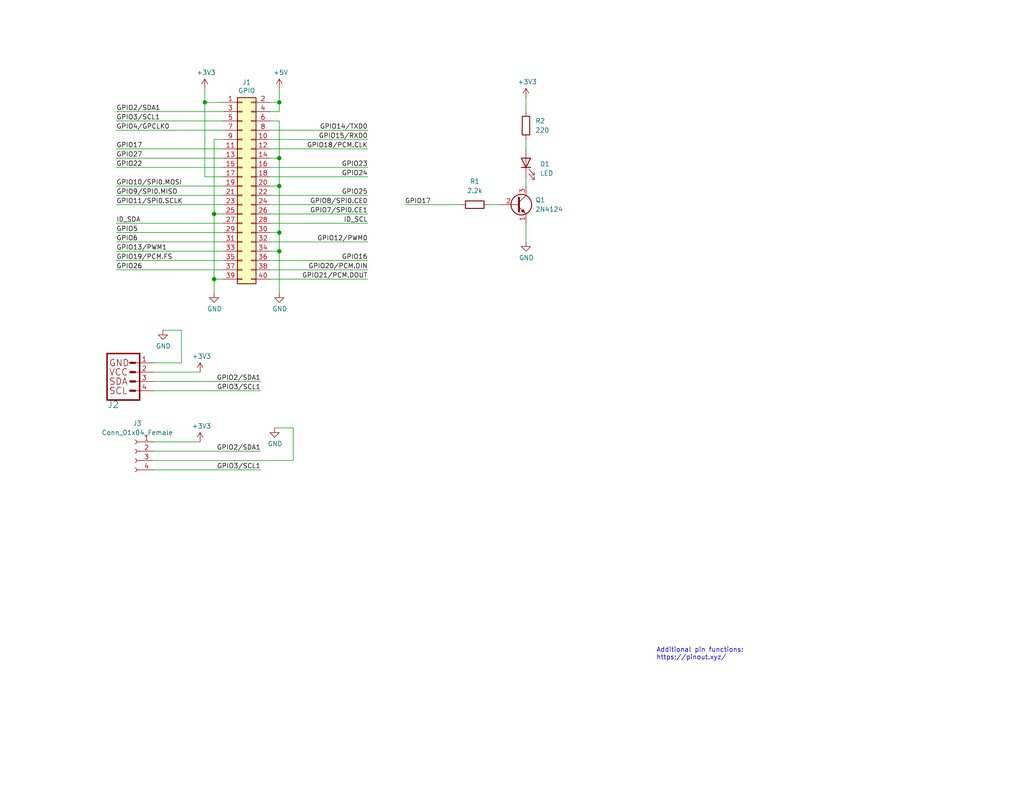
<source format=kicad_sch>
(kicad_sch (version 20230121) (generator eeschema)

  (uuid e63e39d7-6ac0-4ffd-8aa3-1841a4541b55)

  (paper "USLetter")

  (title_block
    (date "2023-10-11")
  )

  (lib_symbols
    (symbol "Connector:Conn_01x04_Female" (pin_names (offset 1.016) hide) (in_bom yes) (on_board yes)
      (property "Reference" "J" (at 0 5.08 0)
        (effects (font (size 1.27 1.27)))
      )
      (property "Value" "Conn_01x04_Female" (at 0 -7.62 0)
        (effects (font (size 1.27 1.27)))
      )
      (property "Footprint" "" (at 0 0 0)
        (effects (font (size 1.27 1.27)) hide)
      )
      (property "Datasheet" "~" (at 0 0 0)
        (effects (font (size 1.27 1.27)) hide)
      )
      (property "ki_keywords" "connector" (at 0 0 0)
        (effects (font (size 1.27 1.27)) hide)
      )
      (property "ki_description" "Generic connector, single row, 01x04, script generated (kicad-library-utils/schlib/autogen/connector/)" (at 0 0 0)
        (effects (font (size 1.27 1.27)) hide)
      )
      (property "ki_fp_filters" "Connector*:*_1x??_*" (at 0 0 0)
        (effects (font (size 1.27 1.27)) hide)
      )
      (symbol "Conn_01x04_Female_1_1"
        (arc (start 0 -4.572) (mid -0.5058 -5.08) (end 0 -5.588)
          (stroke (width 0.1524) (type default))
          (fill (type none))
        )
        (arc (start 0 -2.032) (mid -0.5058 -2.54) (end 0 -3.048)
          (stroke (width 0.1524) (type default))
          (fill (type none))
        )
        (polyline
          (pts
            (xy -1.27 -5.08)
            (xy -0.508 -5.08)
          )
          (stroke (width 0.1524) (type default))
          (fill (type none))
        )
        (polyline
          (pts
            (xy -1.27 -2.54)
            (xy -0.508 -2.54)
          )
          (stroke (width 0.1524) (type default))
          (fill (type none))
        )
        (polyline
          (pts
            (xy -1.27 0)
            (xy -0.508 0)
          )
          (stroke (width 0.1524) (type default))
          (fill (type none))
        )
        (polyline
          (pts
            (xy -1.27 2.54)
            (xy -0.508 2.54)
          )
          (stroke (width 0.1524) (type default))
          (fill (type none))
        )
        (arc (start 0 0.508) (mid -0.5058 0) (end 0 -0.508)
          (stroke (width 0.1524) (type default))
          (fill (type none))
        )
        (arc (start 0 3.048) (mid -0.5058 2.54) (end 0 2.032)
          (stroke (width 0.1524) (type default))
          (fill (type none))
        )
        (pin passive line (at -5.08 2.54 0) (length 3.81)
          (name "Pin_1" (effects (font (size 1.27 1.27))))
          (number "1" (effects (font (size 1.27 1.27))))
        )
        (pin passive line (at -5.08 0 0) (length 3.81)
          (name "Pin_2" (effects (font (size 1.27 1.27))))
          (number "2" (effects (font (size 1.27 1.27))))
        )
        (pin passive line (at -5.08 -2.54 0) (length 3.81)
          (name "Pin_3" (effects (font (size 1.27 1.27))))
          (number "3" (effects (font (size 1.27 1.27))))
        )
        (pin passive line (at -5.08 -5.08 0) (length 3.81)
          (name "Pin_4" (effects (font (size 1.27 1.27))))
          (number "4" (effects (font (size 1.27 1.27))))
        )
      )
    )
    (symbol "Connector_Generic:Conn_02x20_Odd_Even" (pin_names (offset 1.016) hide) (in_bom yes) (on_board yes)
      (property "Reference" "J" (at 1.27 25.4 0)
        (effects (font (size 1.27 1.27)))
      )
      (property "Value" "Conn_02x20_Odd_Even" (at 1.27 -27.94 0)
        (effects (font (size 1.27 1.27)))
      )
      (property "Footprint" "" (at 0 0 0)
        (effects (font (size 1.27 1.27)) hide)
      )
      (property "Datasheet" "~" (at 0 0 0)
        (effects (font (size 1.27 1.27)) hide)
      )
      (property "ki_keywords" "connector" (at 0 0 0)
        (effects (font (size 1.27 1.27)) hide)
      )
      (property "ki_description" "Generic connector, double row, 02x20, odd/even pin numbering scheme (row 1 odd numbers, row 2 even numbers), script generated (kicad-library-utils/schlib/autogen/connector/)" (at 0 0 0)
        (effects (font (size 1.27 1.27)) hide)
      )
      (property "ki_fp_filters" "Connector*:*_2x??_*" (at 0 0 0)
        (effects (font (size 1.27 1.27)) hide)
      )
      (symbol "Conn_02x20_Odd_Even_1_1"
        (rectangle (start -1.27 -25.273) (end 0 -25.527)
          (stroke (width 0.1524) (type default))
          (fill (type none))
        )
        (rectangle (start -1.27 -22.733) (end 0 -22.987)
          (stroke (width 0.1524) (type default))
          (fill (type none))
        )
        (rectangle (start -1.27 -20.193) (end 0 -20.447)
          (stroke (width 0.1524) (type default))
          (fill (type none))
        )
        (rectangle (start -1.27 -17.653) (end 0 -17.907)
          (stroke (width 0.1524) (type default))
          (fill (type none))
        )
        (rectangle (start -1.27 -15.113) (end 0 -15.367)
          (stroke (width 0.1524) (type default))
          (fill (type none))
        )
        (rectangle (start -1.27 -12.573) (end 0 -12.827)
          (stroke (width 0.1524) (type default))
          (fill (type none))
        )
        (rectangle (start -1.27 -10.033) (end 0 -10.287)
          (stroke (width 0.1524) (type default))
          (fill (type none))
        )
        (rectangle (start -1.27 -7.493) (end 0 -7.747)
          (stroke (width 0.1524) (type default))
          (fill (type none))
        )
        (rectangle (start -1.27 -4.953) (end 0 -5.207)
          (stroke (width 0.1524) (type default))
          (fill (type none))
        )
        (rectangle (start -1.27 -2.413) (end 0 -2.667)
          (stroke (width 0.1524) (type default))
          (fill (type none))
        )
        (rectangle (start -1.27 0.127) (end 0 -0.127)
          (stroke (width 0.1524) (type default))
          (fill (type none))
        )
        (rectangle (start -1.27 2.667) (end 0 2.413)
          (stroke (width 0.1524) (type default))
          (fill (type none))
        )
        (rectangle (start -1.27 5.207) (end 0 4.953)
          (stroke (width 0.1524) (type default))
          (fill (type none))
        )
        (rectangle (start -1.27 7.747) (end 0 7.493)
          (stroke (width 0.1524) (type default))
          (fill (type none))
        )
        (rectangle (start -1.27 10.287) (end 0 10.033)
          (stroke (width 0.1524) (type default))
          (fill (type none))
        )
        (rectangle (start -1.27 12.827) (end 0 12.573)
          (stroke (width 0.1524) (type default))
          (fill (type none))
        )
        (rectangle (start -1.27 15.367) (end 0 15.113)
          (stroke (width 0.1524) (type default))
          (fill (type none))
        )
        (rectangle (start -1.27 17.907) (end 0 17.653)
          (stroke (width 0.1524) (type default))
          (fill (type none))
        )
        (rectangle (start -1.27 20.447) (end 0 20.193)
          (stroke (width 0.1524) (type default))
          (fill (type none))
        )
        (rectangle (start -1.27 22.987) (end 0 22.733)
          (stroke (width 0.1524) (type default))
          (fill (type none))
        )
        (rectangle (start -1.27 24.13) (end 3.81 -26.67)
          (stroke (width 0.254) (type default))
          (fill (type background))
        )
        (rectangle (start 3.81 -25.273) (end 2.54 -25.527)
          (stroke (width 0.1524) (type default))
          (fill (type none))
        )
        (rectangle (start 3.81 -22.733) (end 2.54 -22.987)
          (stroke (width 0.1524) (type default))
          (fill (type none))
        )
        (rectangle (start 3.81 -20.193) (end 2.54 -20.447)
          (stroke (width 0.1524) (type default))
          (fill (type none))
        )
        (rectangle (start 3.81 -17.653) (end 2.54 -17.907)
          (stroke (width 0.1524) (type default))
          (fill (type none))
        )
        (rectangle (start 3.81 -15.113) (end 2.54 -15.367)
          (stroke (width 0.1524) (type default))
          (fill (type none))
        )
        (rectangle (start 3.81 -12.573) (end 2.54 -12.827)
          (stroke (width 0.1524) (type default))
          (fill (type none))
        )
        (rectangle (start 3.81 -10.033) (end 2.54 -10.287)
          (stroke (width 0.1524) (type default))
          (fill (type none))
        )
        (rectangle (start 3.81 -7.493) (end 2.54 -7.747)
          (stroke (width 0.1524) (type default))
          (fill (type none))
        )
        (rectangle (start 3.81 -4.953) (end 2.54 -5.207)
          (stroke (width 0.1524) (type default))
          (fill (type none))
        )
        (rectangle (start 3.81 -2.413) (end 2.54 -2.667)
          (stroke (width 0.1524) (type default))
          (fill (type none))
        )
        (rectangle (start 3.81 0.127) (end 2.54 -0.127)
          (stroke (width 0.1524) (type default))
          (fill (type none))
        )
        (rectangle (start 3.81 2.667) (end 2.54 2.413)
          (stroke (width 0.1524) (type default))
          (fill (type none))
        )
        (rectangle (start 3.81 5.207) (end 2.54 4.953)
          (stroke (width 0.1524) (type default))
          (fill (type none))
        )
        (rectangle (start 3.81 7.747) (end 2.54 7.493)
          (stroke (width 0.1524) (type default))
          (fill (type none))
        )
        (rectangle (start 3.81 10.287) (end 2.54 10.033)
          (stroke (width 0.1524) (type default))
          (fill (type none))
        )
        (rectangle (start 3.81 12.827) (end 2.54 12.573)
          (stroke (width 0.1524) (type default))
          (fill (type none))
        )
        (rectangle (start 3.81 15.367) (end 2.54 15.113)
          (stroke (width 0.1524) (type default))
          (fill (type none))
        )
        (rectangle (start 3.81 17.907) (end 2.54 17.653)
          (stroke (width 0.1524) (type default))
          (fill (type none))
        )
        (rectangle (start 3.81 20.447) (end 2.54 20.193)
          (stroke (width 0.1524) (type default))
          (fill (type none))
        )
        (rectangle (start 3.81 22.987) (end 2.54 22.733)
          (stroke (width 0.1524) (type default))
          (fill (type none))
        )
        (pin passive line (at -5.08 22.86 0) (length 3.81)
          (name "Pin_1" (effects (font (size 1.27 1.27))))
          (number "1" (effects (font (size 1.27 1.27))))
        )
        (pin passive line (at 7.62 12.7 180) (length 3.81)
          (name "Pin_10" (effects (font (size 1.27 1.27))))
          (number "10" (effects (font (size 1.27 1.27))))
        )
        (pin passive line (at -5.08 10.16 0) (length 3.81)
          (name "Pin_11" (effects (font (size 1.27 1.27))))
          (number "11" (effects (font (size 1.27 1.27))))
        )
        (pin passive line (at 7.62 10.16 180) (length 3.81)
          (name "Pin_12" (effects (font (size 1.27 1.27))))
          (number "12" (effects (font (size 1.27 1.27))))
        )
        (pin passive line (at -5.08 7.62 0) (length 3.81)
          (name "Pin_13" (effects (font (size 1.27 1.27))))
          (number "13" (effects (font (size 1.27 1.27))))
        )
        (pin passive line (at 7.62 7.62 180) (length 3.81)
          (name "Pin_14" (effects (font (size 1.27 1.27))))
          (number "14" (effects (font (size 1.27 1.27))))
        )
        (pin passive line (at -5.08 5.08 0) (length 3.81)
          (name "Pin_15" (effects (font (size 1.27 1.27))))
          (number "15" (effects (font (size 1.27 1.27))))
        )
        (pin passive line (at 7.62 5.08 180) (length 3.81)
          (name "Pin_16" (effects (font (size 1.27 1.27))))
          (number "16" (effects (font (size 1.27 1.27))))
        )
        (pin passive line (at -5.08 2.54 0) (length 3.81)
          (name "Pin_17" (effects (font (size 1.27 1.27))))
          (number "17" (effects (font (size 1.27 1.27))))
        )
        (pin passive line (at 7.62 2.54 180) (length 3.81)
          (name "Pin_18" (effects (font (size 1.27 1.27))))
          (number "18" (effects (font (size 1.27 1.27))))
        )
        (pin passive line (at -5.08 0 0) (length 3.81)
          (name "Pin_19" (effects (font (size 1.27 1.27))))
          (number "19" (effects (font (size 1.27 1.27))))
        )
        (pin passive line (at 7.62 22.86 180) (length 3.81)
          (name "Pin_2" (effects (font (size 1.27 1.27))))
          (number "2" (effects (font (size 1.27 1.27))))
        )
        (pin passive line (at 7.62 0 180) (length 3.81)
          (name "Pin_20" (effects (font (size 1.27 1.27))))
          (number "20" (effects (font (size 1.27 1.27))))
        )
        (pin passive line (at -5.08 -2.54 0) (length 3.81)
          (name "Pin_21" (effects (font (size 1.27 1.27))))
          (number "21" (effects (font (size 1.27 1.27))))
        )
        (pin passive line (at 7.62 -2.54 180) (length 3.81)
          (name "Pin_22" (effects (font (size 1.27 1.27))))
          (number "22" (effects (font (size 1.27 1.27))))
        )
        (pin passive line (at -5.08 -5.08 0) (length 3.81)
          (name "Pin_23" (effects (font (size 1.27 1.27))))
          (number "23" (effects (font (size 1.27 1.27))))
        )
        (pin passive line (at 7.62 -5.08 180) (length 3.81)
          (name "Pin_24" (effects (font (size 1.27 1.27))))
          (number "24" (effects (font (size 1.27 1.27))))
        )
        (pin passive line (at -5.08 -7.62 0) (length 3.81)
          (name "Pin_25" (effects (font (size 1.27 1.27))))
          (number "25" (effects (font (size 1.27 1.27))))
        )
        (pin passive line (at 7.62 -7.62 180) (length 3.81)
          (name "Pin_26" (effects (font (size 1.27 1.27))))
          (number "26" (effects (font (size 1.27 1.27))))
        )
        (pin passive line (at -5.08 -10.16 0) (length 3.81)
          (name "Pin_27" (effects (font (size 1.27 1.27))))
          (number "27" (effects (font (size 1.27 1.27))))
        )
        (pin passive line (at 7.62 -10.16 180) (length 3.81)
          (name "Pin_28" (effects (font (size 1.27 1.27))))
          (number "28" (effects (font (size 1.27 1.27))))
        )
        (pin passive line (at -5.08 -12.7 0) (length 3.81)
          (name "Pin_29" (effects (font (size 1.27 1.27))))
          (number "29" (effects (font (size 1.27 1.27))))
        )
        (pin passive line (at -5.08 20.32 0) (length 3.81)
          (name "Pin_3" (effects (font (size 1.27 1.27))))
          (number "3" (effects (font (size 1.27 1.27))))
        )
        (pin passive line (at 7.62 -12.7 180) (length 3.81)
          (name "Pin_30" (effects (font (size 1.27 1.27))))
          (number "30" (effects (font (size 1.27 1.27))))
        )
        (pin passive line (at -5.08 -15.24 0) (length 3.81)
          (name "Pin_31" (effects (font (size 1.27 1.27))))
          (number "31" (effects (font (size 1.27 1.27))))
        )
        (pin passive line (at 7.62 -15.24 180) (length 3.81)
          (name "Pin_32" (effects (font (size 1.27 1.27))))
          (number "32" (effects (font (size 1.27 1.27))))
        )
        (pin passive line (at -5.08 -17.78 0) (length 3.81)
          (name "Pin_33" (effects (font (size 1.27 1.27))))
          (number "33" (effects (font (size 1.27 1.27))))
        )
        (pin passive line (at 7.62 -17.78 180) (length 3.81)
          (name "Pin_34" (effects (font (size 1.27 1.27))))
          (number "34" (effects (font (size 1.27 1.27))))
        )
        (pin passive line (at -5.08 -20.32 0) (length 3.81)
          (name "Pin_35" (effects (font (size 1.27 1.27))))
          (number "35" (effects (font (size 1.27 1.27))))
        )
        (pin passive line (at 7.62 -20.32 180) (length 3.81)
          (name "Pin_36" (effects (font (size 1.27 1.27))))
          (number "36" (effects (font (size 1.27 1.27))))
        )
        (pin passive line (at -5.08 -22.86 0) (length 3.81)
          (name "Pin_37" (effects (font (size 1.27 1.27))))
          (number "37" (effects (font (size 1.27 1.27))))
        )
        (pin passive line (at 7.62 -22.86 180) (length 3.81)
          (name "Pin_38" (effects (font (size 1.27 1.27))))
          (number "38" (effects (font (size 1.27 1.27))))
        )
        (pin passive line (at -5.08 -25.4 0) (length 3.81)
          (name "Pin_39" (effects (font (size 1.27 1.27))))
          (number "39" (effects (font (size 1.27 1.27))))
        )
        (pin passive line (at 7.62 20.32 180) (length 3.81)
          (name "Pin_4" (effects (font (size 1.27 1.27))))
          (number "4" (effects (font (size 1.27 1.27))))
        )
        (pin passive line (at 7.62 -25.4 180) (length 3.81)
          (name "Pin_40" (effects (font (size 1.27 1.27))))
          (number "40" (effects (font (size 1.27 1.27))))
        )
        (pin passive line (at -5.08 17.78 0) (length 3.81)
          (name "Pin_5" (effects (font (size 1.27 1.27))))
          (number "5" (effects (font (size 1.27 1.27))))
        )
        (pin passive line (at 7.62 17.78 180) (length 3.81)
          (name "Pin_6" (effects (font (size 1.27 1.27))))
          (number "6" (effects (font (size 1.27 1.27))))
        )
        (pin passive line (at -5.08 15.24 0) (length 3.81)
          (name "Pin_7" (effects (font (size 1.27 1.27))))
          (number "7" (effects (font (size 1.27 1.27))))
        )
        (pin passive line (at 7.62 15.24 180) (length 3.81)
          (name "Pin_8" (effects (font (size 1.27 1.27))))
          (number "8" (effects (font (size 1.27 1.27))))
        )
        (pin passive line (at -5.08 12.7 0) (length 3.81)
          (name "Pin_9" (effects (font (size 1.27 1.27))))
          (number "9" (effects (font (size 1.27 1.27))))
        )
      )
    )
    (symbol "Device:LED" (pin_numbers hide) (pin_names (offset 1.016) hide) (in_bom yes) (on_board yes)
      (property "Reference" "D" (at 0 2.54 0)
        (effects (font (size 1.27 1.27)))
      )
      (property "Value" "LED" (at 0 -2.54 0)
        (effects (font (size 1.27 1.27)))
      )
      (property "Footprint" "" (at 0 0 0)
        (effects (font (size 1.27 1.27)) hide)
      )
      (property "Datasheet" "~" (at 0 0 0)
        (effects (font (size 1.27 1.27)) hide)
      )
      (property "ki_keywords" "LED diode" (at 0 0 0)
        (effects (font (size 1.27 1.27)) hide)
      )
      (property "ki_description" "Light emitting diode" (at 0 0 0)
        (effects (font (size 1.27 1.27)) hide)
      )
      (property "ki_fp_filters" "LED* LED_SMD:* LED_THT:*" (at 0 0 0)
        (effects (font (size 1.27 1.27)) hide)
      )
      (symbol "LED_0_1"
        (polyline
          (pts
            (xy -1.27 -1.27)
            (xy -1.27 1.27)
          )
          (stroke (width 0.254) (type default))
          (fill (type none))
        )
        (polyline
          (pts
            (xy -1.27 0)
            (xy 1.27 0)
          )
          (stroke (width 0) (type default))
          (fill (type none))
        )
        (polyline
          (pts
            (xy 1.27 -1.27)
            (xy 1.27 1.27)
            (xy -1.27 0)
            (xy 1.27 -1.27)
          )
          (stroke (width 0.254) (type default))
          (fill (type none))
        )
        (polyline
          (pts
            (xy -3.048 -0.762)
            (xy -4.572 -2.286)
            (xy -3.81 -2.286)
            (xy -4.572 -2.286)
            (xy -4.572 -1.524)
          )
          (stroke (width 0) (type default))
          (fill (type none))
        )
        (polyline
          (pts
            (xy -1.778 -0.762)
            (xy -3.302 -2.286)
            (xy -2.54 -2.286)
            (xy -3.302 -2.286)
            (xy -3.302 -1.524)
          )
          (stroke (width 0) (type default))
          (fill (type none))
        )
      )
      (symbol "LED_1_1"
        (pin passive line (at -3.81 0 0) (length 2.54)
          (name "K" (effects (font (size 1.27 1.27))))
          (number "1" (effects (font (size 1.27 1.27))))
        )
        (pin passive line (at 3.81 0 180) (length 2.54)
          (name "A" (effects (font (size 1.27 1.27))))
          (number "2" (effects (font (size 1.27 1.27))))
        )
      )
    )
    (symbol "Device:R" (pin_numbers hide) (pin_names (offset 0)) (in_bom yes) (on_board yes)
      (property "Reference" "R" (at 2.032 0 90)
        (effects (font (size 1.27 1.27)))
      )
      (property "Value" "R" (at 0 0 90)
        (effects (font (size 1.27 1.27)))
      )
      (property "Footprint" "" (at -1.778 0 90)
        (effects (font (size 1.27 1.27)) hide)
      )
      (property "Datasheet" "~" (at 0 0 0)
        (effects (font (size 1.27 1.27)) hide)
      )
      (property "ki_keywords" "R res resistor" (at 0 0 0)
        (effects (font (size 1.27 1.27)) hide)
      )
      (property "ki_description" "Resistor" (at 0 0 0)
        (effects (font (size 1.27 1.27)) hide)
      )
      (property "ki_fp_filters" "R_*" (at 0 0 0)
        (effects (font (size 1.27 1.27)) hide)
      )
      (symbol "R_0_1"
        (rectangle (start -1.016 -2.54) (end 1.016 2.54)
          (stroke (width 0.254) (type default))
          (fill (type none))
        )
      )
      (symbol "R_1_1"
        (pin passive line (at 0 3.81 270) (length 1.27)
          (name "~" (effects (font (size 1.27 1.27))))
          (number "1" (effects (font (size 1.27 1.27))))
        )
        (pin passive line (at 0 -3.81 90) (length 1.27)
          (name "~" (effects (font (size 1.27 1.27))))
          (number "2" (effects (font (size 1.27 1.27))))
        )
      )
    )
    (symbol "Qwiic_pHat_for_Raspberry_Pi_v30-eagle-import:I2C_STANDARDQWIIC" (in_bom yes) (on_board yes)
      (property "Reference" "J" (at -5.08 7.874 0)
        (effects (font (size 1.778 1.778)) (justify left bottom))
      )
      (property "Value" "I2C_STANDARDQWIIC" (at -5.08 -5.334 0)
        (effects (font (size 1.778 1.778)) (justify left top))
      )
      (property "Footprint" "Qwiic_pHat_for_Raspberry_Pi_v30:JST04_1MM_RA" (at 0 0 0)
        (effects (font (size 1.27 1.27)) hide)
      )
      (property "Datasheet" "" (at 0 0 0)
        (effects (font (size 1.27 1.27)) hide)
      )
      (property "ki_locked" "" (at 0 0 0)
        (effects (font (size 1.27 1.27)))
      )
      (symbol "I2C_STANDARDQWIIC_1_0"
        (polyline
          (pts
            (xy -5.08 7.62)
            (xy -5.08 -5.08)
          )
          (stroke (width 0.4064) (type default))
          (fill (type none))
        )
        (polyline
          (pts
            (xy -5.08 7.62)
            (xy 3.81 7.62)
          )
          (stroke (width 0.4064) (type default))
          (fill (type none))
        )
        (polyline
          (pts
            (xy 1.27 -2.54)
            (xy 2.54 -2.54)
          )
          (stroke (width 0.6096) (type default))
          (fill (type none))
        )
        (polyline
          (pts
            (xy 1.27 0)
            (xy 2.54 0)
          )
          (stroke (width 0.6096) (type default))
          (fill (type none))
        )
        (polyline
          (pts
            (xy 1.27 2.54)
            (xy 2.54 2.54)
          )
          (stroke (width 0.6096) (type default))
          (fill (type none))
        )
        (polyline
          (pts
            (xy 1.27 5.08)
            (xy 2.54 5.08)
          )
          (stroke (width 0.6096) (type default))
          (fill (type none))
        )
        (polyline
          (pts
            (xy 3.81 -5.08)
            (xy -5.08 -5.08)
          )
          (stroke (width 0.4064) (type default))
          (fill (type none))
        )
        (polyline
          (pts
            (xy 3.81 -5.08)
            (xy 3.81 7.62)
          )
          (stroke (width 0.4064) (type default))
          (fill (type none))
        )
        (text "GND" (at -4.572 -2.54 0)
          (effects (font (size 1.778 1.778)) (justify left))
        )
        (text "SCL" (at -4.572 5.08 0)
          (effects (font (size 1.778 1.778)) (justify left))
        )
        (text "SDA" (at -4.572 2.54 0)
          (effects (font (size 1.778 1.778)) (justify left))
        )
        (text "VCC" (at -4.572 0 0)
          (effects (font (size 1.778 1.778)) (justify left))
        )
        (pin power_in line (at 7.62 -2.54 180) (length 5.08)
          (name "1" (effects (font (size 0 0))))
          (number "1" (effects (font (size 1.27 1.27))))
        )
        (pin power_in line (at 7.62 0 180) (length 5.08)
          (name "2" (effects (font (size 0 0))))
          (number "2" (effects (font (size 1.27 1.27))))
        )
        (pin passive line (at 7.62 2.54 180) (length 5.08)
          (name "3" (effects (font (size 0 0))))
          (number "3" (effects (font (size 1.27 1.27))))
        )
        (pin passive line (at 7.62 5.08 180) (length 5.08)
          (name "4" (effects (font (size 0 0))))
          (number "4" (effects (font (size 1.27 1.27))))
        )
      )
    )
    (symbol "Transistor_BJT:2N3904" (pin_names (offset 0) hide) (in_bom yes) (on_board yes)
      (property "Reference" "Q" (at 5.08 1.905 0)
        (effects (font (size 1.27 1.27)) (justify left))
      )
      (property "Value" "2N3904" (at 5.08 0 0)
        (effects (font (size 1.27 1.27)) (justify left))
      )
      (property "Footprint" "Package_TO_SOT_THT:TO-92_Inline" (at 5.08 -1.905 0)
        (effects (font (size 1.27 1.27) italic) (justify left) hide)
      )
      (property "Datasheet" "https://www.onsemi.com/pub/Collateral/2N3903-D.PDF" (at 0 0 0)
        (effects (font (size 1.27 1.27)) (justify left) hide)
      )
      (property "ki_keywords" "NPN Transistor" (at 0 0 0)
        (effects (font (size 1.27 1.27)) hide)
      )
      (property "ki_description" "0.2A Ic, 40V Vce, Small Signal NPN Transistor, TO-92" (at 0 0 0)
        (effects (font (size 1.27 1.27)) hide)
      )
      (property "ki_fp_filters" "TO?92*" (at 0 0 0)
        (effects (font (size 1.27 1.27)) hide)
      )
      (symbol "2N3904_0_1"
        (polyline
          (pts
            (xy 0.635 0.635)
            (xy 2.54 2.54)
          )
          (stroke (width 0) (type default))
          (fill (type none))
        )
        (polyline
          (pts
            (xy 0.635 -0.635)
            (xy 2.54 -2.54)
            (xy 2.54 -2.54)
          )
          (stroke (width 0) (type default))
          (fill (type none))
        )
        (polyline
          (pts
            (xy 0.635 1.905)
            (xy 0.635 -1.905)
            (xy 0.635 -1.905)
          )
          (stroke (width 0.508) (type default))
          (fill (type none))
        )
        (polyline
          (pts
            (xy 1.27 -1.778)
            (xy 1.778 -1.27)
            (xy 2.286 -2.286)
            (xy 1.27 -1.778)
            (xy 1.27 -1.778)
          )
          (stroke (width 0) (type default))
          (fill (type outline))
        )
        (circle (center 1.27 0) (radius 2.8194)
          (stroke (width 0.254) (type default))
          (fill (type none))
        )
      )
      (symbol "2N3904_1_1"
        (pin passive line (at 2.54 -5.08 90) (length 2.54)
          (name "E" (effects (font (size 1.27 1.27))))
          (number "1" (effects (font (size 1.27 1.27))))
        )
        (pin passive line (at -5.08 0 0) (length 5.715)
          (name "B" (effects (font (size 1.27 1.27))))
          (number "2" (effects (font (size 1.27 1.27))))
        )
        (pin passive line (at 2.54 5.08 270) (length 2.54)
          (name "C" (effects (font (size 1.27 1.27))))
          (number "3" (effects (font (size 1.27 1.27))))
        )
      )
    )
    (symbol "power:+3.3V" (power) (pin_names (offset 0)) (in_bom yes) (on_board yes)
      (property "Reference" "#PWR" (at 0 -3.81 0)
        (effects (font (size 1.27 1.27)) hide)
      )
      (property "Value" "+3.3V" (at 0 3.556 0)
        (effects (font (size 1.27 1.27)))
      )
      (property "Footprint" "" (at 0 0 0)
        (effects (font (size 1.27 1.27)) hide)
      )
      (property "Datasheet" "" (at 0 0 0)
        (effects (font (size 1.27 1.27)) hide)
      )
      (property "ki_keywords" "power-flag" (at 0 0 0)
        (effects (font (size 1.27 1.27)) hide)
      )
      (property "ki_description" "Power symbol creates a global label with name \"+3.3V\"" (at 0 0 0)
        (effects (font (size 1.27 1.27)) hide)
      )
      (symbol "+3.3V_0_1"
        (polyline
          (pts
            (xy -0.762 1.27)
            (xy 0 2.54)
          )
          (stroke (width 0) (type default))
          (fill (type none))
        )
        (polyline
          (pts
            (xy 0 0)
            (xy 0 2.54)
          )
          (stroke (width 0) (type default))
          (fill (type none))
        )
        (polyline
          (pts
            (xy 0 2.54)
            (xy 0.762 1.27)
          )
          (stroke (width 0) (type default))
          (fill (type none))
        )
      )
      (symbol "+3.3V_1_1"
        (pin power_in line (at 0 0 90) (length 0) hide
          (name "+3V3" (effects (font (size 1.27 1.27))))
          (number "1" (effects (font (size 1.27 1.27))))
        )
      )
    )
    (symbol "power:+5V" (power) (pin_names (offset 0)) (in_bom yes) (on_board yes)
      (property "Reference" "#PWR" (at 0 -3.81 0)
        (effects (font (size 1.27 1.27)) hide)
      )
      (property "Value" "+5V" (at 0 3.556 0)
        (effects (font (size 1.27 1.27)))
      )
      (property "Footprint" "" (at 0 0 0)
        (effects (font (size 1.27 1.27)) hide)
      )
      (property "Datasheet" "" (at 0 0 0)
        (effects (font (size 1.27 1.27)) hide)
      )
      (property "ki_keywords" "power-flag" (at 0 0 0)
        (effects (font (size 1.27 1.27)) hide)
      )
      (property "ki_description" "Power symbol creates a global label with name \"+5V\"" (at 0 0 0)
        (effects (font (size 1.27 1.27)) hide)
      )
      (symbol "+5V_0_1"
        (polyline
          (pts
            (xy -0.762 1.27)
            (xy 0 2.54)
          )
          (stroke (width 0) (type default))
          (fill (type none))
        )
        (polyline
          (pts
            (xy 0 0)
            (xy 0 2.54)
          )
          (stroke (width 0) (type default))
          (fill (type none))
        )
        (polyline
          (pts
            (xy 0 2.54)
            (xy 0.762 1.27)
          )
          (stroke (width 0) (type default))
          (fill (type none))
        )
      )
      (symbol "+5V_1_1"
        (pin power_in line (at 0 0 90) (length 0) hide
          (name "+5V" (effects (font (size 1.27 1.27))))
          (number "1" (effects (font (size 1.27 1.27))))
        )
      )
    )
    (symbol "power:GND" (power) (pin_names (offset 0)) (in_bom yes) (on_board yes)
      (property "Reference" "#PWR" (at 0 -6.35 0)
        (effects (font (size 1.27 1.27)) hide)
      )
      (property "Value" "GND" (at 0 -3.81 0)
        (effects (font (size 1.27 1.27)))
      )
      (property "Footprint" "" (at 0 0 0)
        (effects (font (size 1.27 1.27)) hide)
      )
      (property "Datasheet" "" (at 0 0 0)
        (effects (font (size 1.27 1.27)) hide)
      )
      (property "ki_keywords" "power-flag" (at 0 0 0)
        (effects (font (size 1.27 1.27)) hide)
      )
      (property "ki_description" "Power symbol creates a global label with name \"GND\" , ground" (at 0 0 0)
        (effects (font (size 1.27 1.27)) hide)
      )
      (symbol "GND_0_1"
        (polyline
          (pts
            (xy 0 0)
            (xy 0 -1.27)
            (xy 1.27 -1.27)
            (xy 0 -2.54)
            (xy -1.27 -1.27)
            (xy 0 -1.27)
          )
          (stroke (width 0) (type default))
          (fill (type none))
        )
      )
      (symbol "GND_1_1"
        (pin power_in line (at 0 0 270) (length 0) hide
          (name "GND" (effects (font (size 1.27 1.27))))
          (number "1" (effects (font (size 1.27 1.27))))
        )
      )
    )
  )

  (junction (at 76.2 27.94) (diameter 1.016) (color 0 0 0 0)
    (uuid 0eaa98f0-9565-4637-ace3-42a5231b07f7)
  )
  (junction (at 76.2 43.18) (diameter 1.016) (color 0 0 0 0)
    (uuid 181abe7a-f941-42b6-bd46-aaa3131f90fb)
  )
  (junction (at 58.42 76.2) (diameter 1.016) (color 0 0 0 0)
    (uuid 704d6d51-bb34-4cbf-83d8-841e208048d8)
  )
  (junction (at 58.42 58.42) (diameter 1.016) (color 0 0 0 0)
    (uuid 8174b4de-74b1-48db-ab8e-c8432251095b)
  )
  (junction (at 76.2 68.58) (diameter 1.016) (color 0 0 0 0)
    (uuid 9340c285-5767-42d5-8b6d-63fe2a40ddf3)
  )
  (junction (at 76.2 63.5) (diameter 1.016) (color 0 0 0 0)
    (uuid c41b3c8b-634e-435a-b582-96b83bbd4032)
  )
  (junction (at 76.2 50.8) (diameter 1.016) (color 0 0 0 0)
    (uuid ce83728b-bebd-48c2-8734-b6a50d837931)
  )
  (junction (at 55.88 27.94) (diameter 1.016) (color 0 0 0 0)
    (uuid fd470e95-4861-44fe-b1e4-6d8a7c66e144)
  )

  (wire (pts (xy 58.42 58.42) (xy 58.42 76.2))
    (stroke (width 0) (type solid))
    (uuid 015c5535-b3ef-4c28-99b9-4f3baef056f3)
  )
  (wire (pts (xy 73.66 58.42) (xy 100.33 58.42))
    (stroke (width 0) (type solid))
    (uuid 01e536fb-12ab-43ce-a95e-82675e37d4b7)
  )
  (wire (pts (xy 41.91 104.14) (xy 71.12 104.14))
    (stroke (width 0) (type solid))
    (uuid 05ec205e-5931-4ea4-885a-e94ec811a765)
  )
  (wire (pts (xy 60.96 40.64) (xy 31.75 40.64))
    (stroke (width 0) (type solid))
    (uuid 0694ca26-7b8c-4c30-bae9-3b74fab1e60a)
  )
  (wire (pts (xy 76.2 33.02) (xy 76.2 43.18))
    (stroke (width 0) (type solid))
    (uuid 0d143423-c9d6-49e3-8b7d-f1137d1a3509)
  )
  (wire (pts (xy 76.2 50.8) (xy 73.66 50.8))
    (stroke (width 0) (type solid))
    (uuid 0ee91a98-576f-43c1-89f6-61acc2cb1f13)
  )
  (wire (pts (xy 76.2 63.5) (xy 76.2 68.58))
    (stroke (width 0) (type solid))
    (uuid 164f1958-8ee6-4c3d-9df0-03613712fa6f)
  )
  (wire (pts (xy 76.2 50.8) (xy 76.2 63.5))
    (stroke (width 0) (type solid))
    (uuid 252c2642-5979-4a84-8d39-11da2e3821fe)
  )
  (wire (pts (xy 73.66 35.56) (xy 100.33 35.56))
    (stroke (width 0) (type solid))
    (uuid 2710a316-ad7d-4403-afc1-1df73ba69697)
  )
  (wire (pts (xy 58.42 38.1) (xy 58.42 58.42))
    (stroke (width 0) (type solid))
    (uuid 29651976-85fe-45df-9d6a-4d640774cbbc)
  )
  (wire (pts (xy 143.51 26.67) (xy 143.51 30.48))
    (stroke (width 0) (type default))
    (uuid 2bf3f85b-51b1-42b3-aacf-2be3f4d5fd89)
  )
  (wire (pts (xy 58.42 38.1) (xy 60.96 38.1))
    (stroke (width 0) (type solid))
    (uuid 335bbf29-f5b7-4e5a-993a-a34ce5ab5756)
  )
  (wire (pts (xy 73.66 55.88) (xy 100.33 55.88))
    (stroke (width 0) (type solid))
    (uuid 3522f983-faf4-44f4-900c-086a3d364c60)
  )
  (wire (pts (xy 60.96 60.96) (xy 31.75 60.96))
    (stroke (width 0) (type solid))
    (uuid 37ae508e-6121-46a7-8162-5c727675dd10)
  )
  (wire (pts (xy 31.75 63.5) (xy 60.96 63.5))
    (stroke (width 0) (type solid))
    (uuid 3b2261b8-cc6a-4f24-9a9d-8411b13f362c)
  )
  (wire (pts (xy 41.91 101.6) (xy 54.61 101.6))
    (stroke (width 0) (type default))
    (uuid 3cb9ba94-9759-447e-8844-a67d4f8836c1)
  )
  (wire (pts (xy 58.42 58.42) (xy 60.96 58.42))
    (stroke (width 0) (type solid))
    (uuid 46f8757d-31ce-45ba-9242-48e76c9438b1)
  )
  (wire (pts (xy 73.66 45.72) (xy 100.33 45.72))
    (stroke (width 0) (type solid))
    (uuid 4c544204-3530-479b-b097-35aa046ba896)
  )
  (wire (pts (xy 73.66 76.2) (xy 100.33 76.2))
    (stroke (width 0) (type solid))
    (uuid 55a29370-8495-4737-906c-8b505e228668)
  )
  (wire (pts (xy 58.42 76.2) (xy 58.42 80.01))
    (stroke (width 0) (type solid))
    (uuid 55b53b1d-809a-4a85-8714-920d35727332)
  )
  (wire (pts (xy 31.75 43.18) (xy 60.96 43.18))
    (stroke (width 0) (type solid))
    (uuid 55d9c53c-6409-4360-8797-b4f7b28c4137)
  )
  (wire (pts (xy 55.88 24.13) (xy 55.88 27.94))
    (stroke (width 0) (type solid))
    (uuid 57c01d09-da37-45de-b174-3ad4f982af7b)
  )
  (wire (pts (xy 76.2 68.58) (xy 73.66 68.58))
    (stroke (width 0) (type solid))
    (uuid 62f43b49-7566-4f4c-b16f-9b95531f6d28)
  )
  (wire (pts (xy 80.01 125.73) (xy 80.01 116.84))
    (stroke (width 0) (type default))
    (uuid 63703be9-7c99-407b-b9c9-fa0c121ae870)
  )
  (wire (pts (xy 143.51 38.1) (xy 143.51 40.64))
    (stroke (width 0) (type default))
    (uuid 6507e8b2-45b1-458f-aa46-f36ae5d9edc5)
  )
  (wire (pts (xy 41.91 106.68) (xy 71.12 106.68))
    (stroke (width 0) (type solid))
    (uuid 66a07e21-ea7d-407b-aacf-38b8d503a80f)
  )
  (wire (pts (xy 31.75 33.02) (xy 60.96 33.02))
    (stroke (width 0) (type solid))
    (uuid 67559638-167e-4f06-9757-aeeebf7e8930)
  )
  (wire (pts (xy 41.91 125.73) (xy 80.01 125.73))
    (stroke (width 0) (type default))
    (uuid 6a762c22-6458-4f33-9f11-b4edb497c350)
  )
  (wire (pts (xy 41.91 99.06) (xy 49.53 99.06))
    (stroke (width 0) (type default))
    (uuid 6bab8dc0-acdd-45b1-8924-d1d3ad3c38ed)
  )
  (wire (pts (xy 31.75 55.88) (xy 60.96 55.88))
    (stroke (width 0) (type solid))
    (uuid 6c897b01-6835-4bf3-885d-4b22704f8f6e)
  )
  (wire (pts (xy 80.01 116.84) (xy 74.93 116.84))
    (stroke (width 0) (type default))
    (uuid 6ceca833-2bd9-4457-9e7b-f465e23ad6d4)
  )
  (wire (pts (xy 143.51 60.96) (xy 143.51 66.04))
    (stroke (width 0) (type default))
    (uuid 6f3358d9-4e43-4c2e-87ec-da3cd63fd49b)
  )
  (wire (pts (xy 55.88 48.26) (xy 60.96 48.26))
    (stroke (width 0) (type solid))
    (uuid 707b993a-397a-40ee-bc4e-978ea0af003d)
  )
  (wire (pts (xy 60.96 30.48) (xy 31.75 30.48))
    (stroke (width 0) (type solid))
    (uuid 73aefdad-91c2-4f5e-80c2-3f1cf4134807)
  )
  (wire (pts (xy 76.2 27.94) (xy 76.2 30.48))
    (stroke (width 0) (type solid))
    (uuid 7645e45b-ebbd-4531-92c9-9c38081bbf8d)
  )
  (wire (pts (xy 76.2 43.18) (xy 76.2 50.8))
    (stroke (width 0) (type solid))
    (uuid 7aed86fe-31d5-4139-a0b1-020ce61800b6)
  )
  (wire (pts (xy 73.66 40.64) (xy 100.33 40.64))
    (stroke (width 0) (type solid))
    (uuid 7d1a0af8-a3d8-4dbb-9873-21a280e175b7)
  )
  (wire (pts (xy 76.2 43.18) (xy 73.66 43.18))
    (stroke (width 0) (type solid))
    (uuid 7dd33798-d6eb-48c4-8355-bbeae3353a44)
  )
  (wire (pts (xy 76.2 24.13) (xy 76.2 27.94))
    (stroke (width 0) (type solid))
    (uuid 825ec672-c6b3-4524-894f-bfac8191e641)
  )
  (wire (pts (xy 31.75 35.56) (xy 60.96 35.56))
    (stroke (width 0) (type solid))
    (uuid 85bd9bea-9b41-4249-9626-26358781edd8)
  )
  (wire (pts (xy 76.2 27.94) (xy 73.66 27.94))
    (stroke (width 0) (type solid))
    (uuid 8846d55b-57bd-4185-9629-4525ca309ac0)
  )
  (wire (pts (xy 55.88 27.94) (xy 55.88 48.26))
    (stroke (width 0) (type solid))
    (uuid 8930c626-5f36-458c-88ae-90e6918556cc)
  )
  (wire (pts (xy 73.66 48.26) (xy 100.33 48.26))
    (stroke (width 0) (type solid))
    (uuid 8b129051-97ca-49cd-adf8-4efb5043fabb)
  )
  (wire (pts (xy 73.66 38.1) (xy 100.33 38.1))
    (stroke (width 0) (type solid))
    (uuid 8ccbbafc-2cdc-415a-ac78-6ccd25489208)
  )
  (wire (pts (xy 31.75 45.72) (xy 60.96 45.72))
    (stroke (width 0) (type solid))
    (uuid 9705171e-2fe8-4d02-a114-94335e138862)
  )
  (wire (pts (xy 31.75 53.34) (xy 60.96 53.34))
    (stroke (width 0) (type solid))
    (uuid 98a1aa7c-68bd-4966-834d-f673bb2b8d39)
  )
  (wire (pts (xy 49.53 99.06) (xy 49.53 90.17))
    (stroke (width 0) (type default))
    (uuid 9e0daacc-dda3-44c7-9fa2-4eff4b63ef7f)
  )
  (wire (pts (xy 143.51 48.26) (xy 143.51 50.8))
    (stroke (width 0) (type default))
    (uuid a41e1983-6009-4b72-b7d8-fa949f6fd1c9)
  )
  (wire (pts (xy 31.75 66.04) (xy 60.96 66.04))
    (stroke (width 0) (type solid))
    (uuid a571c038-3cc2-4848-b404-365f2f7338be)
  )
  (wire (pts (xy 76.2 30.48) (xy 73.66 30.48))
    (stroke (width 0) (type solid))
    (uuid a82219f8-a00b-446a-aba9-4cd0a8dd81f2)
  )
  (wire (pts (xy 41.91 128.27) (xy 71.12 128.27))
    (stroke (width 0) (type solid))
    (uuid aa29c993-d36f-4198-8ebb-2f837719e994)
  )
  (wire (pts (xy 41.91 120.65) (xy 54.61 120.65))
    (stroke (width 0) (type default))
    (uuid ac469b60-c1db-47e7-a3f7-2ad2832a5fdb)
  )
  (wire (pts (xy 31.75 71.12) (xy 60.96 71.12))
    (stroke (width 0) (type solid))
    (uuid b07bae11-81ae-4941-a5ed-27fd323486e6)
  )
  (wire (pts (xy 73.66 71.12) (xy 100.33 71.12))
    (stroke (width 0) (type solid))
    (uuid b36591f4-a77c-49fb-84e3-ce0d65ee7c7c)
  )
  (wire (pts (xy 49.53 90.17) (xy 44.45 90.17))
    (stroke (width 0) (type default))
    (uuid b4066767-67de-44d9-b488-190aa1592122)
  )
  (wire (pts (xy 73.66 66.04) (xy 100.33 66.04))
    (stroke (width 0) (type solid))
    (uuid b73bbc85-9c79-4ab1-bfa9-ba86dc5a73fe)
  )
  (wire (pts (xy 58.42 76.2) (xy 60.96 76.2))
    (stroke (width 0) (type solid))
    (uuid b8286aaf-3086-41e1-a5dc-8f8a05589eb9)
  )
  (wire (pts (xy 73.66 73.66) (xy 100.33 73.66))
    (stroke (width 0) (type solid))
    (uuid bc7a73bf-d271-462c-8196-ea5c7867515d)
  )
  (wire (pts (xy 125.73 55.88) (xy 110.49 55.88))
    (stroke (width 0) (type solid))
    (uuid be178553-9186-4f52-a87e-b184ef39b7b1)
  )
  (wire (pts (xy 76.2 33.02) (xy 73.66 33.02))
    (stroke (width 0) (type solid))
    (uuid c15b519d-5e2e-489c-91b6-d8ff3e8343cb)
  )
  (wire (pts (xy 31.75 73.66) (xy 60.96 73.66))
    (stroke (width 0) (type solid))
    (uuid c373340b-844b-44cd-869b-a1267d366977)
  )
  (wire (pts (xy 41.91 123.19) (xy 71.12 123.19))
    (stroke (width 0) (type solid))
    (uuid d0747c53-afeb-4b6b-aa93-efe7fa553554)
  )
  (wire (pts (xy 76.2 68.58) (xy 76.2 80.01))
    (stroke (width 0) (type solid))
    (uuid ddb5ec2a-613c-4ee5-b250-77656b088e84)
  )
  (wire (pts (xy 73.66 53.34) (xy 100.33 53.34))
    (stroke (width 0) (type solid))
    (uuid df2cdc6b-e26c-482b-83a5-6c3aa0b9bc90)
  )
  (wire (pts (xy 60.96 68.58) (xy 31.75 68.58))
    (stroke (width 0) (type solid))
    (uuid df3b4a97-babc-4be9-b107-e59b56293dde)
  )
  (wire (pts (xy 76.2 63.5) (xy 73.66 63.5))
    (stroke (width 0) (type solid))
    (uuid e93ad2ad-5587-4125-b93d-270df22eadfa)
  )
  (wire (pts (xy 55.88 27.94) (xy 60.96 27.94))
    (stroke (width 0) (type solid))
    (uuid ed4af6f5-c1f9-4ac6-b35e-2b9ff5cd0eb3)
  )
  (wire (pts (xy 133.35 55.88) (xy 135.89 55.88))
    (stroke (width 0) (type default))
    (uuid eda74412-fa01-48c8-98ea-c2edc42871a0)
  )
  (wire (pts (xy 60.96 50.8) (xy 31.75 50.8))
    (stroke (width 0) (type solid))
    (uuid f9be6c8e-7532-415b-be21-5f82d7d7f74e)
  )
  (wire (pts (xy 73.66 60.96) (xy 100.33 60.96))
    (stroke (width 0) (type solid))
    (uuid f9e11340-14c0-4808-933b-bc348b73b18e)
  )

  (text "Additional pin functions:\nhttps://pinout.xyz/" (at 179.07 180.34 0)
    (effects (font (size 1.27 1.27)) (justify left bottom))
    (uuid 36e2c557-2c2a-4fba-9b6f-1167ab8ec281)
  )

  (label "ID_SDA" (at 31.75 60.96 0) (fields_autoplaced)
    (effects (font (size 1.27 1.27)) (justify left bottom))
    (uuid 0a44feb6-de6a-4996-b011-73867d835568)
  )
  (label "GPIO6" (at 31.75 66.04 0) (fields_autoplaced)
    (effects (font (size 1.27 1.27)) (justify left bottom))
    (uuid 0bec16b3-1718-4967-abb5-89274b1e4c31)
  )
  (label "GPIO2{slash}SDA1" (at 71.12 123.19 180) (fields_autoplaced)
    (effects (font (size 1.27 1.27)) (justify right bottom))
    (uuid 14e807ee-8742-4781-88d8-1e7ad4d3cb0c)
  )
  (label "GPIO17" (at 110.49 55.88 0) (fields_autoplaced)
    (effects (font (size 1.27 1.27)) (justify left bottom))
    (uuid 182cfca1-d839-4cda-9309-9d7a919dfe2e)
  )
  (label "ID_SCL" (at 100.33 60.96 180) (fields_autoplaced)
    (effects (font (size 1.27 1.27)) (justify right bottom))
    (uuid 28cc0d46-7a8d-4c3b-8c53-d5a776b1d5a9)
  )
  (label "GPIO3{slash}SCL1" (at 71.12 128.27 180) (fields_autoplaced)
    (effects (font (size 1.27 1.27)) (justify right bottom))
    (uuid 292ea08b-7bc3-4ccc-aeb3-2008faab4323)
  )
  (label "GPIO5" (at 31.75 63.5 0) (fields_autoplaced)
    (effects (font (size 1.27 1.27)) (justify left bottom))
    (uuid 29d046c2-f681-4254-89b3-1ec3aa495433)
  )
  (label "GPIO21{slash}PCM.DOUT" (at 100.33 76.2 180) (fields_autoplaced)
    (effects (font (size 1.27 1.27)) (justify right bottom))
    (uuid 31b15bb4-e7a6-46f1-aabc-e5f3cca1ba4f)
  )
  (label "GPIO19{slash}PCM.FS" (at 31.75 71.12 0) (fields_autoplaced)
    (effects (font (size 1.27 1.27)) (justify left bottom))
    (uuid 3388965f-bec1-490c-9b08-dbac9be27c37)
  )
  (label "GPIO10{slash}SPI0.MOSI" (at 31.75 50.8 0) (fields_autoplaced)
    (effects (font (size 1.27 1.27)) (justify left bottom))
    (uuid 35a1cc8d-cefe-4fd3-8f7e-ebdbdbd072ee)
  )
  (label "GPIO9{slash}SPI0.MISO" (at 31.75 53.34 0) (fields_autoplaced)
    (effects (font (size 1.27 1.27)) (justify left bottom))
    (uuid 3911220d-b117-4874-8479-50c0285caa70)
  )
  (label "GPIO23" (at 100.33 45.72 180) (fields_autoplaced)
    (effects (font (size 1.27 1.27)) (justify right bottom))
    (uuid 45550f58-81b3-4113-a98b-8910341c00d8)
  )
  (label "GPIO4{slash}GPCLK0" (at 31.75 35.56 0) (fields_autoplaced)
    (effects (font (size 1.27 1.27)) (justify left bottom))
    (uuid 5069ddbc-357e-4355-aaa5-a8f551963b7a)
  )
  (label "GPIO27" (at 31.75 43.18 0) (fields_autoplaced)
    (effects (font (size 1.27 1.27)) (justify left bottom))
    (uuid 591fa762-d154-4cf7-8db7-a10b610ff12a)
  )
  (label "GPIO26" (at 31.75 73.66 0) (fields_autoplaced)
    (effects (font (size 1.27 1.27)) (justify left bottom))
    (uuid 5f2ee32f-d6d5-4b76-8935-0d57826ec36e)
  )
  (label "GPIO14{slash}TXD0" (at 100.33 35.56 180) (fields_autoplaced)
    (effects (font (size 1.27 1.27)) (justify right bottom))
    (uuid 610a05f5-0e9b-4f2c-960c-05aafdc8e1b9)
  )
  (label "GPIO8{slash}SPI0.CE0" (at 100.33 55.88 180) (fields_autoplaced)
    (effects (font (size 1.27 1.27)) (justify right bottom))
    (uuid 64ee07d4-0247-486c-a5b0-d3d33362f168)
  )
  (label "GPIO15{slash}RXD0" (at 100.33 38.1 180) (fields_autoplaced)
    (effects (font (size 1.27 1.27)) (justify right bottom))
    (uuid 6638ca0d-5409-4e89-aef0-b0f245a25578)
  )
  (label "GPIO16" (at 100.33 71.12 180) (fields_autoplaced)
    (effects (font (size 1.27 1.27)) (justify right bottom))
    (uuid 6a63dbe8-50e2-4ffb-a55f-e0df0f695e9b)
  )
  (label "GPIO22" (at 31.75 45.72 0) (fields_autoplaced)
    (effects (font (size 1.27 1.27)) (justify left bottom))
    (uuid 831c710c-4564-4e13-951a-b3746ba43c78)
  )
  (label "GPIO2{slash}SDA1" (at 31.75 30.48 0) (fields_autoplaced)
    (effects (font (size 1.27 1.27)) (justify left bottom))
    (uuid 8fb0631c-564a-4f96-b39b-2f827bb204a3)
  )
  (label "GPIO17" (at 31.75 40.64 0) (fields_autoplaced)
    (effects (font (size 1.27 1.27)) (justify left bottom))
    (uuid 9316d4cc-792f-4eb9-8a8b-1201587737ed)
  )
  (label "GPIO25" (at 100.33 53.34 180) (fields_autoplaced)
    (effects (font (size 1.27 1.27)) (justify right bottom))
    (uuid 9d507609-a820-4ac3-9e87-451a1c0e6633)
  )
  (label "GPIO3{slash}SCL1" (at 31.75 33.02 0) (fields_autoplaced)
    (effects (font (size 1.27 1.27)) (justify left bottom))
    (uuid a1cb0f9a-5b27-4e0e-bc79-c6e0ff4c58f7)
  )
  (label "GPIO18{slash}PCM.CLK" (at 100.33 40.64 180) (fields_autoplaced)
    (effects (font (size 1.27 1.27)) (justify right bottom))
    (uuid a46d6ef9-bb48-47fb-afed-157a64315177)
  )
  (label "GPIO12{slash}PWM0" (at 100.33 66.04 180) (fields_autoplaced)
    (effects (font (size 1.27 1.27)) (justify right bottom))
    (uuid a9ed66d3-a7fc-4839-b265-b9a21ee7fc85)
  )
  (label "GPIO13{slash}PWM1" (at 31.75 68.58 0) (fields_autoplaced)
    (effects (font (size 1.27 1.27)) (justify left bottom))
    (uuid b2ab078a-8774-4d1b-9381-5fcf23cc6a42)
  )
  (label "GPIO3{slash}SCL1" (at 71.12 106.68 180) (fields_autoplaced)
    (effects (font (size 1.27 1.27)) (justify right bottom))
    (uuid b630effe-00db-40c3-9bdc-3404b55e3f38)
  )
  (label "GPIO20{slash}PCM.DIN" (at 100.33 73.66 180) (fields_autoplaced)
    (effects (font (size 1.27 1.27)) (justify right bottom))
    (uuid b64a2cd2-1bcf-4d65-ac61-508537c93d3e)
  )
  (label "GPIO24" (at 100.33 48.26 180) (fields_autoplaced)
    (effects (font (size 1.27 1.27)) (justify right bottom))
    (uuid b8e48041-ff05-4814-a4a3-fb04f84542aa)
  )
  (label "GPIO7{slash}SPI0.CE1" (at 100.33 58.42 180) (fields_autoplaced)
    (effects (font (size 1.27 1.27)) (justify right bottom))
    (uuid be4b9f73-f8d2-4c28-9237-5d7e964636fa)
  )
  (label "GPIO2{slash}SDA1" (at 71.12 104.14 180) (fields_autoplaced)
    (effects (font (size 1.27 1.27)) (justify right bottom))
    (uuid cd6d0665-9b24-464e-8be4-e20e96d348dd)
  )
  (label "GPIO11{slash}SPI0.SCLK" (at 31.75 55.88 0) (fields_autoplaced)
    (effects (font (size 1.27 1.27)) (justify left bottom))
    (uuid f9b80c2b-5447-4c6b-b35d-cb6b75fa7978)
  )

  (symbol (lib_id "power:+5V") (at 76.2 24.13 0) (unit 1)
    (in_bom yes) (on_board yes) (dnp no)
    (uuid 00000000-0000-0000-0000-0000580c1b61)
    (property "Reference" "#PWR01" (at 76.2 27.94 0)
      (effects (font (size 1.27 1.27)) hide)
    )
    (property "Value" "+5V" (at 76.5683 19.8056 0)
      (effects (font (size 1.27 1.27)))
    )
    (property "Footprint" "" (at 76.2 24.13 0)
      (effects (font (size 1.27 1.27)))
    )
    (property "Datasheet" "" (at 76.2 24.13 0)
      (effects (font (size 1.27 1.27)))
    )
    (pin "1" (uuid fd2c46a1-7aae-42a9-93da-4ab8c0ebf781))
    (instances
      (project "AlessandroAlberico2023-10-11"
        (path "/e63e39d7-6ac0-4ffd-8aa3-1841a4541b55"
          (reference "#PWR01") (unit 1)
        )
      )
    )
  )

  (symbol (lib_id "power:+3.3V") (at 55.88 24.13 0) (unit 1)
    (in_bom yes) (on_board yes) (dnp no)
    (uuid 00000000-0000-0000-0000-0000580c1bc1)
    (property "Reference" "#PWR04" (at 55.88 27.94 0)
      (effects (font (size 1.27 1.27)) hide)
    )
    (property "Value" "+3.3V" (at 56.2483 19.8056 0)
      (effects (font (size 1.27 1.27)))
    )
    (property "Footprint" "" (at 55.88 24.13 0)
      (effects (font (size 1.27 1.27)))
    )
    (property "Datasheet" "" (at 55.88 24.13 0)
      (effects (font (size 1.27 1.27)))
    )
    (pin "1" (uuid fdfe2621-3322-4e6b-8d8a-a69772548e87))
    (instances
      (project "AlessandroAlberico2023-10-11"
        (path "/e63e39d7-6ac0-4ffd-8aa3-1841a4541b55"
          (reference "#PWR04") (unit 1)
        )
      )
    )
  )

  (symbol (lib_id "power:GND") (at 76.2 80.01 0) (unit 1)
    (in_bom yes) (on_board yes) (dnp no)
    (uuid 00000000-0000-0000-0000-0000580c1d11)
    (property "Reference" "#PWR02" (at 76.2 86.36 0)
      (effects (font (size 1.27 1.27)) hide)
    )
    (property "Value" "GND" (at 76.3143 84.3344 0)
      (effects (font (size 1.27 1.27)))
    )
    (property "Footprint" "" (at 76.2 80.01 0)
      (effects (font (size 1.27 1.27)))
    )
    (property "Datasheet" "" (at 76.2 80.01 0)
      (effects (font (size 1.27 1.27)))
    )
    (pin "1" (uuid c4a8cca2-2b39-45ae-a676-abbcbbb9291c))
    (instances
      (project "AlessandroAlberico2023-10-11"
        (path "/e63e39d7-6ac0-4ffd-8aa3-1841a4541b55"
          (reference "#PWR02") (unit 1)
        )
      )
    )
  )

  (symbol (lib_id "power:GND") (at 58.42 80.01 0) (unit 1)
    (in_bom yes) (on_board yes) (dnp no)
    (uuid 00000000-0000-0000-0000-0000580c1e01)
    (property "Reference" "#PWR03" (at 58.42 86.36 0)
      (effects (font (size 1.27 1.27)) hide)
    )
    (property "Value" "GND" (at 58.5343 84.3344 0)
      (effects (font (size 1.27 1.27)))
    )
    (property "Footprint" "" (at 58.42 80.01 0)
      (effects (font (size 1.27 1.27)))
    )
    (property "Datasheet" "" (at 58.42 80.01 0)
      (effects (font (size 1.27 1.27)))
    )
    (pin "1" (uuid 6d128834-dfd6-4792-956f-f932023802bf))
    (instances
      (project "AlessandroAlberico2023-10-11"
        (path "/e63e39d7-6ac0-4ffd-8aa3-1841a4541b55"
          (reference "#PWR03") (unit 1)
        )
      )
    )
  )

  (symbol (lib_id "Connector_Generic:Conn_02x20_Odd_Even") (at 66.04 50.8 0) (unit 1)
    (in_bom yes) (on_board yes) (dnp no)
    (uuid 00000000-0000-0000-0000-000059ad464a)
    (property "Reference" "J1" (at 67.31 22.4598 0)
      (effects (font (size 1.27 1.27)))
    )
    (property "Value" "GPIO" (at 67.31 24.765 0)
      (effects (font (size 1.27 1.27)))
    )
    (property "Footprint" "Connector_PinSocket_2.54mm:PinSocket_2x20_P2.54mm_Vertical" (at -57.15 74.93 0)
      (effects (font (size 1.27 1.27)) hide)
    )
    (property "Datasheet" "" (at -57.15 74.93 0)
      (effects (font (size 1.27 1.27)) hide)
    )
    (pin "1" (uuid 8d678796-43d4-427f-808d-7fd8ec169db6))
    (pin "10" (uuid 60352f90-6662-4327-b929-2a652377970d))
    (pin "11" (uuid bcebd85f-ba9c-4326-8583-2d16e80f86cc))
    (pin "12" (uuid 374dda98-f237-42fb-9b1c-5ef014922323))
    (pin "13" (uuid dc56ad3e-bf8f-4c14-9986-bfbd814e6046))
    (pin "14" (uuid 22de7a1e-7139-424e-a08f-5637a3cbb7ec))
    (pin "15" (uuid 99d4839a-5e23-4f38-87be-cc216cfbc92e))
    (pin "16" (uuid bf484b5b-d704-482d-82b9-398bc4428b95))
    (pin "17" (uuid c90bbfc0-7eb1-4380-a651-41bf50b1220f))
    (pin "18" (uuid 03383b10-1079-4fba-8060-9f9c53c058bc))
    (pin "19" (uuid 1924e169-9490-4063-bf3c-15acdcf52237))
    (pin "2" (uuid ad7257c9-5993-4f44-95c6-bd7c1429758a))
    (pin "20" (uuid fa546df5-3653-4146-846a-6308898b49a9))
    (pin "21" (uuid 274d987a-c040-40c3-a794-43cce24b40e1))
    (pin "22" (uuid 3f3c1a2b-a960-4f18-a1ff-e16c0bb4e8be))
    (pin "23" (uuid d18e9ea2-3d2c-453b-94a1-b440c51fb517))
    (pin "24" (uuid 883cea99-bf86-4a21-b74e-d9eccfe3bb11))
    (pin "25" (uuid ee8199e5-ca85-4477-b69b-685dac4cb36f))
    (pin "26" (uuid ae88bd49-d271-451c-b711-790ae2bc916d))
    (pin "27" (uuid e65a58d0-66df-47c8-ba7a-9decf7b62352))
    (pin "28" (uuid eb06b754-7921-4ced-b398-468daefd5fe1))
    (pin "29" (uuid 41a1996f-f227-48b7-8998-5a787b954c27))
    (pin "3" (uuid 63960b0f-1103-4a28-98e8-6366c9251923))
    (pin "30" (uuid 0f40f8fe-41f2-45a3-bfad-404e1753e1a3))
    (pin "31" (uuid 875dc476-7474-4fa2-b0bc-7184c49f0cce))
    (pin "32" (uuid 2e41567c-59c4-47e5-9704-fc8ccbdf4458))
    (pin "33" (uuid 1dcb890b-0384-4fe7-a919-40b76d67acdc))
    (pin "34" (uuid 363e3701-da11-4161-8070-aecd7d8230aa))
    (pin "35" (uuid cfa5c1a9-80ca-4c9f-a2f8-811b12be8c74))
    (pin "36" (uuid 4f5db303-972a-4513-a45e-b6a6994e610f))
    (pin "37" (uuid 18afcba7-0034-4b0e-b10c-200435c7d68d))
    (pin "38" (uuid 392da693-2805-40a9-a609-3c755bbe5d4a))
    (pin "39" (uuid 89e25265-707b-4a0e-b226-275188cfb9ab))
    (pin "4" (uuid 9043cae1-a891-425f-9e97-d1c0287b6c05))
    (pin "40" (uuid ff41b223-909f-4cd3-85fa-f2247e7770d7))
    (pin "5" (uuid 0545cf6d-a304-4d68-a158-d3f4ce6a9e0e))
    (pin "6" (uuid caa3e93a-7968-4106-b2ea-bd924ef0c715))
    (pin "7" (uuid ab2f3015-05e6-4b38-b1fc-04c3e46e21e3))
    (pin "8" (uuid 47c7060d-0fda-4147-a0fd-4f06b00f4059))
    (pin "9" (uuid 782d2c1f-9599-409d-a3cc-c1b6fda247d8))
    (instances
      (project "AlessandroAlberico2023-10-11"
        (path "/e63e39d7-6ac0-4ffd-8aa3-1841a4541b55"
          (reference "J1") (unit 1)
        )
      )
    )
  )

  (symbol (lib_id "Device:LED") (at 143.51 44.45 90) (unit 1)
    (in_bom yes) (on_board yes) (dnp no) (fields_autoplaced)
    (uuid 29d49e45-2af7-4750-9e9a-e9e8ae46ad6c)
    (property "Reference" "D1" (at 147.32 44.7674 90)
      (effects (font (size 1.27 1.27)) (justify right))
    )
    (property "Value" "LED" (at 147.32 47.3074 90)
      (effects (font (size 1.27 1.27)) (justify right))
    )
    (property "Footprint" "LED_THT:LED_D5.0mm_Horizontal_O1.27mm_Z3.0mm" (at 143.51 44.45 0)
      (effects (font (size 1.27 1.27)) hide)
    )
    (property "Datasheet" "~" (at 143.51 44.45 0)
      (effects (font (size 1.27 1.27)) hide)
    )
    (pin "1" (uuid 3fb0323b-7270-4c33-afeb-44276edc0345))
    (pin "2" (uuid bda19987-207d-466c-97d0-7b079770ccca))
    (instances
      (project "AlessandroAlberico2023-10-11"
        (path "/e63e39d7-6ac0-4ffd-8aa3-1841a4541b55"
          (reference "D1") (unit 1)
        )
      )
    )
  )

  (symbol (lib_id "power:+3.3V") (at 54.61 120.65 0) (unit 1)
    (in_bom yes) (on_board yes) (dnp no)
    (uuid 2f979850-5b4d-4a88-bff9-7c207dff3c2e)
    (property "Reference" "#PWR05" (at 54.61 124.46 0)
      (effects (font (size 1.27 1.27)) hide)
    )
    (property "Value" "+3.3V" (at 54.9783 116.3256 0)
      (effects (font (size 1.27 1.27)))
    )
    (property "Footprint" "" (at 54.61 120.65 0)
      (effects (font (size 1.27 1.27)))
    )
    (property "Datasheet" "" (at 54.61 120.65 0)
      (effects (font (size 1.27 1.27)))
    )
    (pin "1" (uuid 0e0a201e-f34c-4e04-bf40-7a34fbad4ffb))
    (instances
      (project "AlessandroAlberico2023-10-11"
        (path "/e63e39d7-6ac0-4ffd-8aa3-1841a4541b55"
          (reference "#PWR05") (unit 1)
        )
      )
    )
  )

  (symbol (lib_id "Connector:Conn_01x04_Female") (at 36.83 123.19 0) (mirror y) (unit 1)
    (in_bom yes) (on_board yes) (dnp no) (fields_autoplaced)
    (uuid 31e303d2-8080-4575-9930-024a050bf4fa)
    (property "Reference" "J3" (at 37.465 115.57 0)
      (effects (font (size 1.27 1.27)))
    )
    (property "Value" "Conn_01x04_Female" (at 37.465 118.11 0)
      (effects (font (size 1.27 1.27)))
    )
    (property "Footprint" "Connector_PinSocket_2.54mm:PinSocket_1x04_P2.54mm_Horizontal" (at 36.83 123.19 0)
      (effects (font (size 1.27 1.27)) hide)
    )
    (property "Datasheet" "~" (at 36.83 123.19 0)
      (effects (font (size 1.27 1.27)) hide)
    )
    (pin "1" (uuid f43e1b19-ed42-47d8-8175-2c8cf6c2e7a6))
    (pin "2" (uuid dc1698ea-c66b-49f4-b6d5-cc07ddb7b9e1))
    (pin "3" (uuid c94e1879-1338-4cf7-b2ac-6dac855bce3f))
    (pin "4" (uuid f13ddd07-fe40-487c-866a-d97daccb892b))
    (instances
      (project "AlessandroAlberico2023-10-11"
        (path "/e63e39d7-6ac0-4ffd-8aa3-1841a4541b55"
          (reference "J3") (unit 1)
        )
      )
    )
  )

  (symbol (lib_id "Device:R") (at 129.54 55.88 90) (unit 1)
    (in_bom yes) (on_board yes) (dnp no) (fields_autoplaced)
    (uuid 545667ea-b3f9-4b55-a964-76d937357a25)
    (property "Reference" "R1" (at 129.54 49.53 90)
      (effects (font (size 1.27 1.27)))
    )
    (property "Value" "2.2k" (at 129.54 52.07 90)
      (effects (font (size 1.27 1.27)))
    )
    (property "Footprint" "Resistor_THT:R_Axial_DIN0207_L6.3mm_D2.5mm_P10.16mm_Horizontal" (at 129.54 57.658 90)
      (effects (font (size 1.27 1.27)) hide)
    )
    (property "Datasheet" "~" (at 129.54 55.88 0)
      (effects (font (size 1.27 1.27)) hide)
    )
    (pin "1" (uuid bd4dca5a-c32f-4301-9467-150fdc0fea5f))
    (pin "2" (uuid 0c3f0342-b357-48fb-90f5-2f28b5c26471))
    (instances
      (project "AlessandroAlberico2023-10-11"
        (path "/e63e39d7-6ac0-4ffd-8aa3-1841a4541b55"
          (reference "R1") (unit 1)
        )
      )
    )
  )

  (symbol (lib_id "power:GND") (at 44.45 90.17 0) (unit 1)
    (in_bom yes) (on_board yes) (dnp no)
    (uuid 5bb5dc44-fe6d-45b6-9584-cf3695e7e852)
    (property "Reference" "#PWR0102" (at 44.45 96.52 0)
      (effects (font (size 1.27 1.27)) hide)
    )
    (property "Value" "GND" (at 44.5643 94.4944 0)
      (effects (font (size 1.27 1.27)))
    )
    (property "Footprint" "" (at 44.45 90.17 0)
      (effects (font (size 1.27 1.27)))
    )
    (property "Datasheet" "" (at 44.45 90.17 0)
      (effects (font (size 1.27 1.27)))
    )
    (pin "1" (uuid 9131b648-6552-413b-a62d-59203e01ef6e))
    (instances
      (project "AlessandroAlberico2023-10-11"
        (path "/e63e39d7-6ac0-4ffd-8aa3-1841a4541b55"
          (reference "#PWR0102") (unit 1)
        )
      )
    )
  )

  (symbol (lib_id "power:+3.3V") (at 54.61 101.6 0) (unit 1)
    (in_bom yes) (on_board yes) (dnp no)
    (uuid 626f0b33-8cac-4447-9289-7c85a701d426)
    (property "Reference" "#PWR0101" (at 54.61 105.41 0)
      (effects (font (size 1.27 1.27)) hide)
    )
    (property "Value" "+3.3V" (at 54.9783 97.2756 0)
      (effects (font (size 1.27 1.27)))
    )
    (property "Footprint" "" (at 54.61 101.6 0)
      (effects (font (size 1.27 1.27)))
    )
    (property "Datasheet" "" (at 54.61 101.6 0)
      (effects (font (size 1.27 1.27)))
    )
    (pin "1" (uuid 9ebe788a-33fc-447a-b7fc-1aa02dd942a5))
    (instances
      (project "AlessandroAlberico2023-10-11"
        (path "/e63e39d7-6ac0-4ffd-8aa3-1841a4541b55"
          (reference "#PWR0101") (unit 1)
        )
      )
    )
  )

  (symbol (lib_id "Device:R") (at 143.51 34.29 0) (unit 1)
    (in_bom yes) (on_board yes) (dnp no) (fields_autoplaced)
    (uuid 827ce3ec-d041-49e9-8a73-3dde0c67190c)
    (property "Reference" "R2" (at 146.05 33.0199 0)
      (effects (font (size 1.27 1.27)) (justify left))
    )
    (property "Value" "220" (at 146.05 35.5599 0)
      (effects (font (size 1.27 1.27)) (justify left))
    )
    (property "Footprint" "Resistor_THT:R_Axial_DIN0207_L6.3mm_D2.5mm_P10.16mm_Horizontal" (at 141.732 34.29 90)
      (effects (font (size 1.27 1.27)) hide)
    )
    (property "Datasheet" "~" (at 143.51 34.29 0)
      (effects (font (size 1.27 1.27)) hide)
    )
    (pin "1" (uuid 0b46100b-4df3-4be1-859e-3f0f2843e6eb))
    (pin "2" (uuid f06590a8-eeba-4e7e-9879-bd0653d40ab2))
    (instances
      (project "AlessandroAlberico2023-10-11"
        (path "/e63e39d7-6ac0-4ffd-8aa3-1841a4541b55"
          (reference "R2") (unit 1)
        )
      )
    )
  )

  (symbol (lib_id "Qwiic_pHat_for_Raspberry_Pi_v30-eagle-import:I2C_STANDARDQWIIC") (at 34.29 101.6 0) (mirror x) (unit 1)
    (in_bom yes) (on_board yes) (dnp no)
    (uuid bb1d8036-5438-4245-9565-88683cde8762)
    (property "Reference" "J2" (at 29.21 109.474 0)
      (effects (font (size 1.778 1.778)) (justify left bottom))
    )
    (property "Value" "Qwiic Right Angle" (at 29.21 96.266 0)
      (effects (font (size 1.778 1.778)) (justify left top) hide)
    )
    (property "Footprint" "Connector_JST:JST_SH_SM04B-SRSS-TB_1x04-1MP_P1.00mm_Horizontal" (at 34.29 101.6 0)
      (effects (font (size 1.27 1.27)) hide)
    )
    (property "Datasheet" "" (at 34.29 101.6 0)
      (effects (font (size 1.27 1.27)) hide)
    )
    (pin "1" (uuid 120f43f8-c81e-4d22-a39e-ee1b088d5f58))
    (pin "2" (uuid afc74de2-cf55-4e16-b848-7af21633ea4a))
    (pin "3" (uuid ee411739-25d7-4869-8c55-1d219b91a212))
    (pin "4" (uuid af8b7368-243e-4b15-ac31-ecd16ab22977))
    (instances
      (project "AlessandroAlberico2023-10-11"
        (path "/e63e39d7-6ac0-4ffd-8aa3-1841a4541b55"
          (reference "J2") (unit 1)
        )
      )
    )
  )

  (symbol (lib_id "power:GND") (at 74.93 116.84 0) (unit 1)
    (in_bom yes) (on_board yes) (dnp no)
    (uuid bd929a58-7ec9-46b2-a1b7-c2cd8205c701)
    (property "Reference" "#PWR06" (at 74.93 123.19 0)
      (effects (font (size 1.27 1.27)) hide)
    )
    (property "Value" "GND" (at 75.0443 121.1644 0)
      (effects (font (size 1.27 1.27)))
    )
    (property "Footprint" "" (at 74.93 116.84 0)
      (effects (font (size 1.27 1.27)))
    )
    (property "Datasheet" "" (at 74.93 116.84 0)
      (effects (font (size 1.27 1.27)))
    )
    (pin "1" (uuid ed9ee263-3b0c-4f68-a3ab-6f5340caafc9))
    (instances
      (project "AlessandroAlberico2023-10-11"
        (path "/e63e39d7-6ac0-4ffd-8aa3-1841a4541b55"
          (reference "#PWR06") (unit 1)
        )
      )
    )
  )

  (symbol (lib_id "power:+3.3V") (at 143.51 26.67 0) (unit 1)
    (in_bom yes) (on_board yes) (dnp no)
    (uuid ceefd20b-6d89-4dc1-b087-42f55a2b7287)
    (property "Reference" "#PWR07" (at 143.51 30.48 0)
      (effects (font (size 1.27 1.27)) hide)
    )
    (property "Value" "+3.3V" (at 143.8783 22.3456 0)
      (effects (font (size 1.27 1.27)))
    )
    (property "Footprint" "" (at 143.51 26.67 0)
      (effects (font (size 1.27 1.27)))
    )
    (property "Datasheet" "" (at 143.51 26.67 0)
      (effects (font (size 1.27 1.27)))
    )
    (pin "1" (uuid b7b67d2c-3ea9-44f9-b497-e5f1ceefbc13))
    (instances
      (project "AlessandroAlberico2023-10-11"
        (path "/e63e39d7-6ac0-4ffd-8aa3-1841a4541b55"
          (reference "#PWR07") (unit 1)
        )
      )
    )
  )

  (symbol (lib_id "Transistor_BJT:2N3904") (at 140.97 55.88 0) (unit 1)
    (in_bom yes) (on_board yes) (dnp no) (fields_autoplaced)
    (uuid fb9ee098-da11-43b8-90cf-e3802d216893)
    (property "Reference" "Q1" (at 146.05 54.6099 0)
      (effects (font (size 1.27 1.27)) (justify left))
    )
    (property "Value" "2N4124" (at 146.05 57.1499 0)
      (effects (font (size 1.27 1.27)) (justify left))
    )
    (property "Footprint" "Package_TO_SOT_THT:TO-92_HandSolder" (at 146.05 57.785 0)
      (effects (font (size 1.27 1.27) italic) (justify left) hide)
    )
    (property "Datasheet" "https://www.onsemi.com/pub/Collateral/2N3903-D.PDF" (at 140.97 55.88 0)
      (effects (font (size 1.27 1.27)) (justify left) hide)
    )
    (pin "1" (uuid 76ea6763-e5ff-4daa-a88d-56bfdc260874))
    (pin "2" (uuid f39a7958-d5e2-42d7-87ed-45a2df4bb552))
    (pin "3" (uuid 71ab49b8-76bd-41d4-b5a6-1e5849b4aa40))
    (instances
      (project "AlessandroAlberico2023-10-11"
        (path "/e63e39d7-6ac0-4ffd-8aa3-1841a4541b55"
          (reference "Q1") (unit 1)
        )
      )
    )
  )

  (symbol (lib_id "power:GND") (at 143.51 66.04 0) (unit 1)
    (in_bom yes) (on_board yes) (dnp no)
    (uuid ffc74c62-8aa1-4deb-926b-9b44c35fd37c)
    (property "Reference" "#PWR08" (at 143.51 72.39 0)
      (effects (font (size 1.27 1.27)) hide)
    )
    (property "Value" "GND" (at 143.6243 70.3644 0)
      (effects (font (size 1.27 1.27)))
    )
    (property "Footprint" "" (at 143.51 66.04 0)
      (effects (font (size 1.27 1.27)))
    )
    (property "Datasheet" "" (at 143.51 66.04 0)
      (effects (font (size 1.27 1.27)))
    )
    (pin "1" (uuid 4d6e7d8e-577a-4e27-85d2-0c3cb5731f6b))
    (instances
      (project "AlessandroAlberico2023-10-11"
        (path "/e63e39d7-6ac0-4ffd-8aa3-1841a4541b55"
          (reference "#PWR08") (unit 1)
        )
      )
    )
  )

  (sheet_instances
    (path "/" (page "1"))
  )
)

</source>
